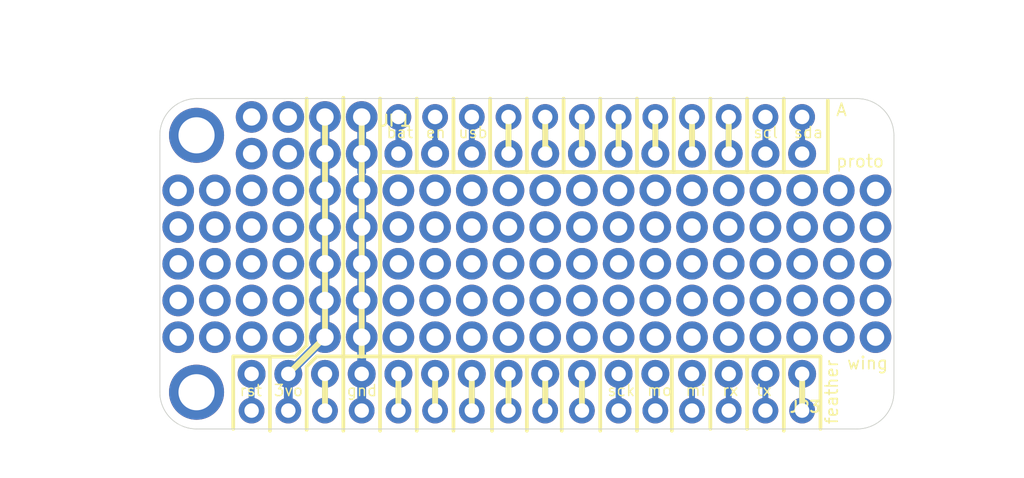
<source format=kicad_pcb>
(kicad_pcb (version 20171130) (host pcbnew "(5.1.7)-1")

  (general
    (thickness 1.6)
    (drawings 144)
    (tracks 151)
    (zones 0)
    (modules 3)
    (nets 123)
  )

  (page A4)
  (layers
    (0 Top signal)
    (31 Bottom signal)
    (32 B.Adhes user)
    (33 F.Adhes user)
    (34 B.Paste user)
    (35 F.Paste user)
    (36 B.SilkS user)
    (37 F.SilkS user)
    (38 B.Mask user)
    (39 F.Mask user)
    (40 Dwgs.User user)
    (41 Cmts.User user)
    (42 Eco1.User user)
    (43 Eco2.User user)
    (44 Edge.Cuts user)
    (45 Margin user)
    (46 B.CrtYd user)
    (47 F.CrtYd user)
    (48 B.Fab user)
    (49 F.Fab user)
  )

  (setup
    (last_trace_width 0.25)
    (trace_clearance 0.2)
    (zone_clearance 0.508)
    (zone_45_only no)
    (trace_min 0.2)
    (via_size 0.8)
    (via_drill 0.4)
    (via_min_size 0.4)
    (via_min_drill 0.3)
    (uvia_size 0.3)
    (uvia_drill 0.1)
    (uvias_allowed no)
    (uvia_min_size 0.2)
    (uvia_min_drill 0.1)
    (edge_width 0.05)
    (segment_width 0.2)
    (pcb_text_width 0.3)
    (pcb_text_size 1.5 1.5)
    (mod_edge_width 0.12)
    (mod_text_size 1 1)
    (mod_text_width 0.15)
    (pad_size 1.524 1.524)
    (pad_drill 0.762)
    (pad_to_mask_clearance 0)
    (aux_axis_origin 0 0)
    (visible_elements FFFFFF7F)
    (pcbplotparams
      (layerselection 0x010fc_ffffffff)
      (usegerberextensions false)
      (usegerberattributes true)
      (usegerberadvancedattributes true)
      (creategerberjobfile true)
      (excludeedgelayer true)
      (linewidth 0.100000)
      (plotframeref false)
      (viasonmask false)
      (mode 1)
      (useauxorigin false)
      (hpglpennumber 1)
      (hpglpenspeed 20)
      (hpglpendiameter 15.000000)
      (psnegative false)
      (psa4output false)
      (plotreference true)
      (plotvalue true)
      (plotinvisibletext false)
      (padsonsilk false)
      (subtractmaskfromsilk false)
      (outputformat 1)
      (mirror false)
      (drillshape 1)
      (scaleselection 1)
      (outputdirectory ""))
  )

  (net 0 "")
  (net 1 N$30)
  (net 2 N$31)
  (net 3 N$32)
  (net 4 N$33)
  (net 5 N$34)
  (net 6 N$35)
  (net 7 N$36)
  (net 8 N$37)
  (net 9 N$38)
  (net 10 N$39)
  (net 11 N$40)
  (net 12 N$41)
  (net 13 N$42)
  (net 14 N$43)
  (net 15 N$44)
  (net 16 N$45)
  (net 17 N$46)
  (net 18 N$47)
  (net 19 N$48)
  (net 20 N$49)
  (net 21 N$50)
  (net 22 N$51)
  (net 23 N$52)
  (net 24 N$53)
  (net 25 N$64)
  (net 26 N$65)
  (net 27 N$66)
  (net 28 N$67)
  (net 29 N$68)
  (net 30 N$69)
  (net 31 N$70)
  (net 32 N$71)
  (net 33 N$72)
  (net 34 N$73)
  (net 35 N$74)
  (net 36 N$75)
  (net 37 N$76)
  (net 38 N$77)
  (net 39 N$78)
  (net 40 N$79)
  (net 41 N$80)
  (net 42 N$81)
  (net 43 N$82)
  (net 44 N$83)
  (net 45 N$84)
  (net 46 N$85)
  (net 47 N$86)
  (net 48 N$87)
  (net 49 N$88)
  (net 50 N$89)
  (net 51 N$90)
  (net 52 N$91)
  (net 53 N$92)
  (net 54 N$93)
  (net 55 N$94)
  (net 56 N$95)
  (net 57 N$96)
  (net 58 N$97)
  (net 59 N$98)
  (net 60 N$99)
  (net 61 N$100)
  (net 62 N$101)
  (net 63 N$102)
  (net 64 N$103)
  (net 65 N$104)
  (net 66 N$105)
  (net 67 N$106)
  (net 68 N$107)
  (net 69 N$108)
  (net 70 N$109)
  (net 71 N$110)
  (net 72 N$111)
  (net 73 N$112)
  (net 74 N$113)
  (net 75 N$114)
  (net 76 N$115)
  (net 77 N$116)
  (net 78 N$117)
  (net 79 N$118)
  (net 80 N$119)
  (net 81 N$120)
  (net 82 N$121)
  (net 83 N$122)
  (net 84 N$123)
  (net 85 N$124)
  (net 86 N$125)
  (net 87 N$126)
  (net 88 N$127)
  (net 89 N$128)
  (net 90 N$129)
  (net 91 N$130)
  (net 92 N$131)
  (net 93 N$132)
  (net 94 N$133)
  (net 95 "Net-(JP3-Pad16)")
  (net 96 "Net-(JP3-Pad15)")
  (net 97 "Net-(JP3-Pad14)")
  (net 98 "Net-(JP3-Pad13)")
  (net 99 "Net-(JP3-Pad1)")
  (net 100 "Net-(JP3-Pad2)")
  (net 101 "Net-(JP3-Pad3)")
  (net 102 "Net-(JP3-Pad4)")
  (net 103 "Net-(JP3-Pad5)")
  (net 104 "Net-(JP3-Pad6)")
  (net 105 "Net-(JP3-Pad7)")
  (net 106 "Net-(JP3-Pad8)")
  (net 107 "Net-(JP3-Pad9)")
  (net 108 "Net-(JP3-Pad10)")
  (net 109 "Net-(JP3-Pad11)")
  (net 110 "Net-(JP3-Pad12)")
  (net 111 "Net-(JP1-Pad12)")
  (net 112 "Net-(JP1-Pad11)")
  (net 113 "Net-(JP1-Pad10)")
  (net 114 "Net-(JP1-Pad9)")
  (net 115 "Net-(JP1-Pad8)")
  (net 116 "Net-(JP1-Pad7)")
  (net 117 "Net-(JP1-Pad6)")
  (net 118 "Net-(JP1-Pad5)")
  (net 119 "Net-(JP1-Pad4)")
  (net 120 "Net-(JP1-Pad3)")
  (net 121 "Net-(JP1-Pad2)")
  (net 122 "Net-(JP1-Pad1)")

  (net_class Default "This is the default net class."
    (clearance 0.2)
    (trace_width 0.25)
    (via_dia 0.8)
    (via_drill 0.4)
    (uvia_dia 0.3)
    (uvia_drill 0.1)
    (add_net N$100)
    (add_net N$101)
    (add_net N$102)
    (add_net N$103)
    (add_net N$104)
    (add_net N$105)
    (add_net N$106)
    (add_net N$107)
    (add_net N$108)
    (add_net N$109)
    (add_net N$110)
    (add_net N$111)
    (add_net N$112)
    (add_net N$113)
    (add_net N$114)
    (add_net N$115)
    (add_net N$116)
    (add_net N$117)
    (add_net N$118)
    (add_net N$119)
    (add_net N$120)
    (add_net N$121)
    (add_net N$122)
    (add_net N$123)
    (add_net N$124)
    (add_net N$125)
    (add_net N$126)
    (add_net N$127)
    (add_net N$128)
    (add_net N$129)
    (add_net N$130)
    (add_net N$131)
    (add_net N$132)
    (add_net N$133)
    (add_net N$30)
    (add_net N$31)
    (add_net N$32)
    (add_net N$33)
    (add_net N$34)
    (add_net N$35)
    (add_net N$36)
    (add_net N$37)
    (add_net N$38)
    (add_net N$39)
    (add_net N$40)
    (add_net N$41)
    (add_net N$42)
    (add_net N$43)
    (add_net N$44)
    (add_net N$45)
    (add_net N$46)
    (add_net N$47)
    (add_net N$48)
    (add_net N$49)
    (add_net N$50)
    (add_net N$51)
    (add_net N$52)
    (add_net N$53)
    (add_net N$64)
    (add_net N$65)
    (add_net N$66)
    (add_net N$67)
    (add_net N$68)
    (add_net N$69)
    (add_net N$70)
    (add_net N$71)
    (add_net N$72)
    (add_net N$73)
    (add_net N$74)
    (add_net N$75)
    (add_net N$76)
    (add_net N$77)
    (add_net N$78)
    (add_net N$79)
    (add_net N$80)
    (add_net N$81)
    (add_net N$82)
    (add_net N$83)
    (add_net N$84)
    (add_net N$85)
    (add_net N$86)
    (add_net N$87)
    (add_net N$88)
    (add_net N$89)
    (add_net N$90)
    (add_net N$91)
    (add_net N$92)
    (add_net N$93)
    (add_net N$94)
    (add_net N$95)
    (add_net N$96)
    (add_net N$97)
    (add_net N$98)
    (add_net N$99)
    (add_net "Net-(JP1-Pad1)")
    (add_net "Net-(JP1-Pad10)")
    (add_net "Net-(JP1-Pad11)")
    (add_net "Net-(JP1-Pad12)")
    (add_net "Net-(JP1-Pad2)")
    (add_net "Net-(JP1-Pad3)")
    (add_net "Net-(JP1-Pad4)")
    (add_net "Net-(JP1-Pad5)")
    (add_net "Net-(JP1-Pad6)")
    (add_net "Net-(JP1-Pad7)")
    (add_net "Net-(JP1-Pad8)")
    (add_net "Net-(JP1-Pad9)")
    (add_net "Net-(JP3-Pad1)")
    (add_net "Net-(JP3-Pad10)")
    (add_net "Net-(JP3-Pad11)")
    (add_net "Net-(JP3-Pad12)")
    (add_net "Net-(JP3-Pad13)")
    (add_net "Net-(JP3-Pad14)")
    (add_net "Net-(JP3-Pad15)")
    (add_net "Net-(JP3-Pad16)")
    (add_net "Net-(JP3-Pad2)")
    (add_net "Net-(JP3-Pad3)")
    (add_net "Net-(JP3-Pad4)")
    (add_net "Net-(JP3-Pad5)")
    (add_net "Net-(JP3-Pad6)")
    (add_net "Net-(JP3-Pad7)")
    (add_net "Net-(JP3-Pad8)")
    (add_net "Net-(JP3-Pad9)")
  )

  (module "Proto FeatherWing:FEATHERWING" (layer Top) (tedit 0) (tstamp 5F9AA8BD)
    (at 123.1011 116.4336)
    (path /7ABB1F02)
    (fp_text reference MS1 (at 0 0) (layer F.SilkS) hide
      (effects (font (size 1.27 1.27) (thickness 0.15)))
    )
    (fp_text value FEATHERWING (at 0 0) (layer F.SilkS) hide
      (effects (font (size 1.27 1.27) (thickness 0.15)))
    )
    (fp_arc (start 2.54 -2.54) (end 0 -2.54) (angle -90) (layer Edge.Cuts) (width 0.05))
    (fp_line (start 0 -20.32) (end 0 -2.54) (layer Edge.Cuts) (width 0.05))
    (fp_arc (start 2.54 -20.32) (end 2.54 -22.86) (angle -90) (layer Edge.Cuts) (width 0.05))
    (fp_line (start 48.26 -22.86) (end 2.54 -22.86) (layer Edge.Cuts) (width 0.05))
    (fp_arc (start 48.26 -20.32) (end 50.8 -20.32) (angle -90) (layer Edge.Cuts) (width 0.05))
    (fp_line (start 50.8 -2.54) (end 50.8 -20.32) (layer Edge.Cuts) (width 0.05))
    (fp_arc (start 48.26 -2.54) (end 48.26 0) (angle -90) (layer Edge.Cuts) (width 0.05))
    (fp_line (start 2.54 0) (end 48.26 0) (layer Edge.Cuts) (width 0.05))
    (pad 1 thru_hole circle (at 6.35 -1.27) (size 1.778 1.778) (drill 1) (layers *.Cu *.Mask)
      (net 95 "Net-(JP3-Pad16)") (solder_mask_margin 0.0508))
    (pad 2 thru_hole circle (at 8.89 -1.27) (size 1.778 1.778) (drill 1) (layers *.Cu *.Mask)
      (net 96 "Net-(JP3-Pad15)") (solder_mask_margin 0.0508))
    (pad 3 thru_hole circle (at 11.43 -1.27) (size 1.778 1.778) (drill 1) (layers *.Cu *.Mask)
      (net 97 "Net-(JP3-Pad14)") (solder_mask_margin 0.0508))
    (pad 4 thru_hole circle (at 13.97 -1.27) (size 1.778 1.778) (drill 1) (layers *.Cu *.Mask)
      (net 98 "Net-(JP3-Pad13)") (solder_mask_margin 0.0508))
    (pad 16 thru_hole circle (at 44.45 -1.27) (size 1.778 1.778) (drill 1) (layers *.Cu *.Mask)
      (net 99 "Net-(JP3-Pad1)") (solder_mask_margin 0.0508))
    (pad 15 thru_hole circle (at 41.91 -1.27) (size 1.778 1.778) (drill 1) (layers *.Cu *.Mask)
      (net 100 "Net-(JP3-Pad2)") (solder_mask_margin 0.0508))
    (pad 14 thru_hole circle (at 39.37 -1.27) (size 1.778 1.778) (drill 1) (layers *.Cu *.Mask)
      (net 101 "Net-(JP3-Pad3)") (solder_mask_margin 0.0508))
    (pad 13 thru_hole circle (at 36.83 -1.27) (size 1.778 1.778) (drill 1) (layers *.Cu *.Mask)
      (net 102 "Net-(JP3-Pad4)") (solder_mask_margin 0.0508))
    (pad 12 thru_hole circle (at 34.29 -1.27) (size 1.778 1.778) (drill 1) (layers *.Cu *.Mask)
      (net 103 "Net-(JP3-Pad5)") (solder_mask_margin 0.0508))
    (pad 11 thru_hole circle (at 31.75 -1.27) (size 1.778 1.778) (drill 1) (layers *.Cu *.Mask)
      (net 104 "Net-(JP3-Pad6)") (solder_mask_margin 0.0508))
    (pad 10 thru_hole circle (at 29.21 -1.27) (size 1.778 1.778) (drill 1) (layers *.Cu *.Mask)
      (net 105 "Net-(JP3-Pad7)") (solder_mask_margin 0.0508))
    (pad 9 thru_hole circle (at 26.67 -1.27) (size 1.778 1.778) (drill 1) (layers *.Cu *.Mask)
      (net 106 "Net-(JP3-Pad8)") (solder_mask_margin 0.0508))
    (pad 8 thru_hole circle (at 24.13 -1.27) (size 1.778 1.778) (drill 1) (layers *.Cu *.Mask)
      (net 107 "Net-(JP3-Pad9)") (solder_mask_margin 0.0508))
    (pad 7 thru_hole circle (at 21.59 -1.27) (size 1.778 1.778) (drill 1) (layers *.Cu *.Mask)
      (net 108 "Net-(JP3-Pad10)") (solder_mask_margin 0.0508))
    (pad 6 thru_hole circle (at 19.05 -1.27) (size 1.778 1.778) (drill 1) (layers *.Cu *.Mask)
      (net 109 "Net-(JP3-Pad11)") (solder_mask_margin 0.0508))
    (pad 5 thru_hole circle (at 16.51 -1.27) (size 1.778 1.778) (drill 1) (layers *.Cu *.Mask)
      (net 110 "Net-(JP3-Pad12)") (solder_mask_margin 0.0508))
    (pad 17 thru_hole circle (at 44.45 -21.59) (size 1.778 1.778) (drill 1) (layers *.Cu *.Mask)
      (net 111 "Net-(JP1-Pad12)") (solder_mask_margin 0.0508))
    (pad 18 thru_hole circle (at 41.91 -21.59) (size 1.778 1.778) (drill 1) (layers *.Cu *.Mask)
      (net 112 "Net-(JP1-Pad11)") (solder_mask_margin 0.0508))
    (pad 19 thru_hole circle (at 39.37 -21.59) (size 1.778 1.778) (drill 1) (layers *.Cu *.Mask)
      (net 113 "Net-(JP1-Pad10)") (solder_mask_margin 0.0508))
    (pad 20 thru_hole circle (at 36.83 -21.59) (size 1.778 1.778) (drill 1) (layers *.Cu *.Mask)
      (net 114 "Net-(JP1-Pad9)") (solder_mask_margin 0.0508))
    (pad 21 thru_hole circle (at 34.29 -21.59) (size 1.778 1.778) (drill 1) (layers *.Cu *.Mask)
      (net 115 "Net-(JP1-Pad8)") (solder_mask_margin 0.0508))
    (pad 22 thru_hole circle (at 31.75 -21.59) (size 1.778 1.778) (drill 1) (layers *.Cu *.Mask)
      (net 116 "Net-(JP1-Pad7)") (solder_mask_margin 0.0508))
    (pad 23 thru_hole circle (at 29.21 -21.59) (size 1.778 1.778) (drill 1) (layers *.Cu *.Mask)
      (net 117 "Net-(JP1-Pad6)") (solder_mask_margin 0.0508))
    (pad 24 thru_hole circle (at 26.67 -21.59) (size 1.778 1.778) (drill 1) (layers *.Cu *.Mask)
      (net 118 "Net-(JP1-Pad5)") (solder_mask_margin 0.0508))
    (pad 25 thru_hole circle (at 24.13 -21.59) (size 1.778 1.778) (drill 1) (layers *.Cu *.Mask)
      (net 119 "Net-(JP1-Pad4)") (solder_mask_margin 0.0508))
    (pad 26 thru_hole circle (at 21.59 -21.59) (size 1.778 1.778) (drill 1) (layers *.Cu *.Mask)
      (net 120 "Net-(JP1-Pad3)") (solder_mask_margin 0.0508))
    (pad 27 thru_hole circle (at 19.05 -21.59) (size 1.778 1.778) (drill 1) (layers *.Cu *.Mask)
      (net 121 "Net-(JP1-Pad2)") (solder_mask_margin 0.0508))
    (pad 28 thru_hole circle (at 16.51 -21.59) (size 1.778 1.778) (drill 1) (layers *.Cu *.Mask)
      (net 122 "Net-(JP1-Pad1)") (solder_mask_margin 0.0508))
    (pad P$2 thru_hole circle (at 2.54 -2.54) (size 3.81 3.81) (drill 2.5) (layers *.Cu *.Mask)
      (solder_mask_margin 0.0508))
    (pad P$1 thru_hole circle (at 2.54 -20.32) (size 3.81 3.81) (drill 2.5) (layers *.Cu *.Mask)
      (solder_mask_margin 0.0508))
    (pad "" np_thru_hole circle (at 48.26 -2.54) (size 2.54 2.54) (drill 2.54) (layers *.Cu *.Mask))
    (pad "" np_thru_hole circle (at 48.26 -20.32) (size 2.54 2.54) (drill 2.54) (layers *.Cu *.Mask))
  )

  (module "Proto FeatherWing:1X16_ROUND_76MIL" (layer Top) (tedit 0) (tstamp 5F9AA8E8)
    (at 148.5011 112.6236 180)
    (path /8182258E)
    (fp_text reference JP3 (at -20.3962 -1.8288 180) (layer F.SilkS)
      (effects (font (size 0.77216 0.77216) (thickness 0.146304)) (justify right top))
    )
    (fp_text value HEADER-1X16_76MIL (at -20.32 3.175 180) (layer F.Fab)
      (effects (font (size 0.38608 0.38608) (thickness 0.04064)) (justify right top))
    )
    (fp_poly (pts (xy 18.796 0.254) (xy 19.304 0.254) (xy 19.304 -0.254) (xy 18.796 -0.254)) (layer F.Fab) (width 0))
    (fp_poly (pts (xy -19.304 0.254) (xy -18.796 0.254) (xy -18.796 -0.254) (xy -19.304 -0.254)) (layer F.Fab) (width 0))
    (fp_poly (pts (xy -16.764 0.254) (xy -16.256 0.254) (xy -16.256 -0.254) (xy -16.764 -0.254)) (layer F.Fab) (width 0))
    (fp_poly (pts (xy -14.224 0.254) (xy -13.716 0.254) (xy -13.716 -0.254) (xy -14.224 -0.254)) (layer F.Fab) (width 0))
    (fp_poly (pts (xy -11.684 0.254) (xy -11.176 0.254) (xy -11.176 -0.254) (xy -11.684 -0.254)) (layer F.Fab) (width 0))
    (fp_poly (pts (xy -9.144 0.254) (xy -8.636 0.254) (xy -8.636 -0.254) (xy -9.144 -0.254)) (layer F.Fab) (width 0))
    (fp_poly (pts (xy -6.604 0.254) (xy -6.096 0.254) (xy -6.096 -0.254) (xy -6.604 -0.254)) (layer F.Fab) (width 0))
    (fp_poly (pts (xy -4.064 0.254) (xy -3.556 0.254) (xy -3.556 -0.254) (xy -4.064 -0.254)) (layer F.Fab) (width 0))
    (fp_poly (pts (xy -1.524 0.254) (xy -1.016 0.254) (xy -1.016 -0.254) (xy -1.524 -0.254)) (layer F.Fab) (width 0))
    (fp_poly (pts (xy 1.016 0.254) (xy 1.524 0.254) (xy 1.524 -0.254) (xy 1.016 -0.254)) (layer F.Fab) (width 0))
    (fp_poly (pts (xy 3.556 0.254) (xy 4.064 0.254) (xy 4.064 -0.254) (xy 3.556 -0.254)) (layer F.Fab) (width 0))
    (fp_poly (pts (xy 6.096 0.254) (xy 6.604 0.254) (xy 6.604 -0.254) (xy 6.096 -0.254)) (layer F.Fab) (width 0))
    (fp_poly (pts (xy 8.636 0.254) (xy 9.144 0.254) (xy 9.144 -0.254) (xy 8.636 -0.254)) (layer F.Fab) (width 0))
    (fp_poly (pts (xy 11.176 0.254) (xy 11.684 0.254) (xy 11.684 -0.254) (xy 11.176 -0.254)) (layer F.Fab) (width 0))
    (fp_poly (pts (xy 13.716 0.254) (xy 14.224 0.254) (xy 14.224 -0.254) (xy 13.716 -0.254)) (layer F.Fab) (width 0))
    (fp_poly (pts (xy 16.256 0.254) (xy 16.764 0.254) (xy 16.764 -0.254) (xy 16.256 -0.254)) (layer F.Fab) (width 0))
    (pad 16 thru_hole circle (at 19.05 0 270) (size 1.9304 1.9304) (drill 1) (layers *.Cu *.Mask)
      (net 95 "Net-(JP3-Pad16)") (solder_mask_margin 0.0508))
    (pad 15 thru_hole circle (at 16.51 0 270) (size 1.9304 1.9304) (drill 1) (layers *.Cu *.Mask)
      (net 96 "Net-(JP3-Pad15)") (solder_mask_margin 0.0508))
    (pad 14 thru_hole circle (at 13.97 0 270) (size 1.9304 1.9304) (drill 1) (layers *.Cu *.Mask)
      (net 97 "Net-(JP3-Pad14)") (solder_mask_margin 0.0508))
    (pad 13 thru_hole circle (at 11.43 0 270) (size 1.9304 1.9304) (drill 1) (layers *.Cu *.Mask)
      (net 98 "Net-(JP3-Pad13)") (solder_mask_margin 0.0508))
    (pad 12 thru_hole circle (at 8.89 0 270) (size 1.9304 1.9304) (drill 1) (layers *.Cu *.Mask)
      (net 110 "Net-(JP3-Pad12)") (solder_mask_margin 0.0508))
    (pad 11 thru_hole circle (at 6.35 0 270) (size 1.9304 1.9304) (drill 1) (layers *.Cu *.Mask)
      (net 109 "Net-(JP3-Pad11)") (solder_mask_margin 0.0508))
    (pad 10 thru_hole circle (at 3.81 0 270) (size 1.9304 1.9304) (drill 1) (layers *.Cu *.Mask)
      (net 108 "Net-(JP3-Pad10)") (solder_mask_margin 0.0508))
    (pad 9 thru_hole circle (at 1.27 0 270) (size 1.9304 1.9304) (drill 1) (layers *.Cu *.Mask)
      (net 107 "Net-(JP3-Pad9)") (solder_mask_margin 0.0508))
    (pad 8 thru_hole circle (at -1.27 0 270) (size 1.9304 1.9304) (drill 1) (layers *.Cu *.Mask)
      (net 106 "Net-(JP3-Pad8)") (solder_mask_margin 0.0508))
    (pad 7 thru_hole circle (at -3.81 0 270) (size 1.9304 1.9304) (drill 1) (layers *.Cu *.Mask)
      (net 105 "Net-(JP3-Pad7)") (solder_mask_margin 0.0508))
    (pad 6 thru_hole circle (at -6.35 0 270) (size 1.9304 1.9304) (drill 1) (layers *.Cu *.Mask)
      (net 104 "Net-(JP3-Pad6)") (solder_mask_margin 0.0508))
    (pad 5 thru_hole circle (at -8.89 0 270) (size 1.9304 1.9304) (drill 1) (layers *.Cu *.Mask)
      (net 103 "Net-(JP3-Pad5)") (solder_mask_margin 0.0508))
    (pad 4 thru_hole circle (at -11.43 0 270) (size 1.9304 1.9304) (drill 1) (layers *.Cu *.Mask)
      (net 102 "Net-(JP3-Pad4)") (solder_mask_margin 0.0508))
    (pad 3 thru_hole circle (at -13.97 0 270) (size 1.9304 1.9304) (drill 1) (layers *.Cu *.Mask)
      (net 101 "Net-(JP3-Pad3)") (solder_mask_margin 0.0508))
    (pad 2 thru_hole circle (at -16.51 0 270) (size 1.9304 1.9304) (drill 1) (layers *.Cu *.Mask)
      (net 100 "Net-(JP3-Pad2)") (solder_mask_margin 0.0508))
    (pad 1 thru_hole circle (at -19.05 0 270) (size 1.9304 1.9304) (drill 1) (layers *.Cu *.Mask)
      (net 99 "Net-(JP3-Pad1)") (solder_mask_margin 0.0508))
  )

  (module "Proto FeatherWing:1X12_ROUND_76MIL" (layer Top) (tedit 0) (tstamp 5F9AA90B)
    (at 153.5811 97.3836)
    (path /0B60073D)
    (fp_text reference JP1 (at -15.3162 -1.8288) (layer F.SilkS)
      (effects (font (size 0.77216 0.77216) (thickness 0.146304)) (justify left bottom))
    )
    (fp_text value HEADER-1X1276MIL (at -15.24 3.175) (layer F.Fab)
      (effects (font (size 0.38608 0.38608) (thickness 0.04064)) (justify left bottom))
    )
    (fp_poly (pts (xy 13.716 0.254) (xy 14.224 0.254) (xy 14.224 -0.254) (xy 13.716 -0.254)) (layer F.Fab) (width 0))
    (fp_poly (pts (xy 11.176 0.254) (xy 11.684 0.254) (xy 11.684 -0.254) (xy 11.176 -0.254)) (layer F.Fab) (width 0))
    (fp_poly (pts (xy 8.636 0.254) (xy 9.144 0.254) (xy 9.144 -0.254) (xy 8.636 -0.254)) (layer F.Fab) (width 0))
    (fp_poly (pts (xy -14.224 0.254) (xy -13.716 0.254) (xy -13.716 -0.254) (xy -14.224 -0.254)) (layer F.Fab) (width 0))
    (fp_poly (pts (xy -11.684 0.254) (xy -11.176 0.254) (xy -11.176 -0.254) (xy -11.684 -0.254)) (layer F.Fab) (width 0))
    (fp_poly (pts (xy -9.144 0.254) (xy -8.636 0.254) (xy -8.636 -0.254) (xy -9.144 -0.254)) (layer F.Fab) (width 0))
    (fp_poly (pts (xy -6.604 0.254) (xy -6.096 0.254) (xy -6.096 -0.254) (xy -6.604 -0.254)) (layer F.Fab) (width 0))
    (fp_poly (pts (xy -4.064 0.254) (xy -3.556 0.254) (xy -3.556 -0.254) (xy -4.064 -0.254)) (layer F.Fab) (width 0))
    (fp_poly (pts (xy -1.524 0.254) (xy -1.016 0.254) (xy -1.016 -0.254) (xy -1.524 -0.254)) (layer F.Fab) (width 0))
    (fp_poly (pts (xy 1.016 0.254) (xy 1.524 0.254) (xy 1.524 -0.254) (xy 1.016 -0.254)) (layer F.Fab) (width 0))
    (fp_poly (pts (xy 3.556 0.254) (xy 4.064 0.254) (xy 4.064 -0.254) (xy 3.556 -0.254)) (layer F.Fab) (width 0))
    (fp_poly (pts (xy 6.096 0.254) (xy 6.604 0.254) (xy 6.604 -0.254) (xy 6.096 -0.254)) (layer F.Fab) (width 0))
    (fp_line (start -15.24 -0.635) (end -15.24 0.635) (layer F.Fab) (width 0.2032))
    (pad 12 thru_hole circle (at 13.97 0 90) (size 1.9304 1.9304) (drill 1) (layers *.Cu *.Mask)
      (net 111 "Net-(JP1-Pad12)") (solder_mask_margin 0.0508))
    (pad 11 thru_hole circle (at 11.43 0 90) (size 1.9304 1.9304) (drill 1) (layers *.Cu *.Mask)
      (net 112 "Net-(JP1-Pad11)") (solder_mask_margin 0.0508))
    (pad 10 thru_hole circle (at 8.89 0 90) (size 1.9304 1.9304) (drill 1) (layers *.Cu *.Mask)
      (net 113 "Net-(JP1-Pad10)") (solder_mask_margin 0.0508))
    (pad 9 thru_hole circle (at 6.35 0 90) (size 1.9304 1.9304) (drill 1) (layers *.Cu *.Mask)
      (net 114 "Net-(JP1-Pad9)") (solder_mask_margin 0.0508))
    (pad 8 thru_hole circle (at 3.81 0 90) (size 1.9304 1.9304) (drill 1) (layers *.Cu *.Mask)
      (net 115 "Net-(JP1-Pad8)") (solder_mask_margin 0.0508))
    (pad 7 thru_hole circle (at 1.27 0 90) (size 1.9304 1.9304) (drill 1) (layers *.Cu *.Mask)
      (net 116 "Net-(JP1-Pad7)") (solder_mask_margin 0.0508))
    (pad 6 thru_hole circle (at -1.27 0 90) (size 1.9304 1.9304) (drill 1) (layers *.Cu *.Mask)
      (net 117 "Net-(JP1-Pad6)") (solder_mask_margin 0.0508))
    (pad 5 thru_hole circle (at -3.81 0 90) (size 1.9304 1.9304) (drill 1) (layers *.Cu *.Mask)
      (net 118 "Net-(JP1-Pad5)") (solder_mask_margin 0.0508))
    (pad 4 thru_hole circle (at -6.35 0 90) (size 1.9304 1.9304) (drill 1) (layers *.Cu *.Mask)
      (net 119 "Net-(JP1-Pad4)") (solder_mask_margin 0.0508))
    (pad 3 thru_hole circle (at -8.89 0 90) (size 1.9304 1.9304) (drill 1) (layers *.Cu *.Mask)
      (net 120 "Net-(JP1-Pad3)") (solder_mask_margin 0.0508))
    (pad 2 thru_hole circle (at -11.43 0 90) (size 1.9304 1.9304) (drill 1) (layers *.Cu *.Mask)
      (net 121 "Net-(JP1-Pad2)") (solder_mask_margin 0.0508))
    (pad 1 thru_hole circle (at -13.97 0 90) (size 1.9304 1.9304) (drill 1) (layers *.Cu *.Mask)
      (net 122 "Net-(JP1-Pad1)") (solder_mask_margin 0.0508))
  )

  (gr_text rst (at 128.5621 114.2238) (layer F.SilkS) (tstamp 38C61DE0)
    (effects (font (size 0.77216 0.77216) (thickness 0.097536)) (justify left bottom))
  )
  (gr_text 3vo (at 130.9243 114.2238) (layer F.SilkS) (tstamp 38C633C0)
    (effects (font (size 0.77216 0.77216) (thickness 0.097536)) (justify left bottom))
  )
  (gr_text gnd (at 135.9789 114.2238) (layer F.SilkS) (tstamp 38C62D80)
    (effects (font (size 0.77216 0.77216) (thickness 0.097536)) (justify left bottom))
  )
  (gr_text en (at 141.4526 96.3676) (layer F.SilkS) (tstamp 38C61340)
    (effects (font (size 0.77216 0.77216) (thickness 0.097536)) (justify left bottom))
  )
  (gr_text bat (at 138.7221 96.3676) (layer F.SilkS) (tstamp 38C631E0)
    (effects (font (size 0.77216 0.77216) (thickness 0.097536)) (justify left bottom))
  )
  (gr_text usb (at 143.7005 96.3676) (layer F.SilkS) (tstamp 38C610C0)
    (effects (font (size 0.77216 0.77216) (thickness 0.097536)) (justify left bottom))
  )
  (gr_text sda (at 166.9161 96.3676) (layer F.SilkS) (tstamp 38C62BA0)
    (effects (font (size 0.77216 0.77216) (thickness 0.097536)) (justify left bottom))
  )
  (gr_text scl (at 164.1221 96.3676) (layer F.SilkS) (tstamp 38C61D40)
    (effects (font (size 0.77216 0.77216) (thickness 0.097536)) (justify left bottom))
  )
  (gr_text tx (at 164.3126 114.2111) (layer F.SilkS) (tstamp 38C635A0)
    (effects (font (size 0.77216 0.77216) (thickness 0.097536)) (justify left bottom))
  )
  (gr_text rx (at 161.9631 114.2111) (layer F.SilkS) (tstamp 38C636E0)
    (effects (font (size 0.77216 0.77216) (thickness 0.097536)) (justify left bottom))
  )
  (gr_text mi (at 159.4231 114.2111) (layer F.SilkS) (tstamp 38C61160)
    (effects (font (size 0.77216 0.77216) (thickness 0.097536)) (justify left bottom))
  )
  (gr_text mo (at 156.7561 114.2111) (layer F.SilkS) (tstamp 38C63780)
    (effects (font (size 0.77216 0.77216) (thickness 0.097536)) (justify left bottom))
  )
  (gr_text sck (at 154.0129 114.2238) (layer F.SilkS) (tstamp 38C61E80)
    (effects (font (size 0.77216 0.77216) (thickness 0.097536)) (justify left bottom))
  )
  (gr_line (start 125.6411 93.5736) (end 171.3611 93.5736) (layer Edge.Cuts) (width 0.05) (tstamp 38C63820))
  (gr_arc (start 171.3611 96.1136) (end 171.3611 93.5736) (angle 90) (layer Edge.Cuts) (width 0.05) (tstamp 38C613E0))
  (gr_line (start 173.9011 96.1136) (end 173.9011 113.8936) (layer Edge.Cuts) (width 0.05) (tstamp 38C61520))
  (gr_arc (start 171.3611 113.8936) (end 173.9011 113.8936) (angle 90) (layer Edge.Cuts) (width 0.05) (tstamp 38C615C0))
  (gr_line (start 171.3611 116.4336) (end 125.6411 116.4336) (layer Edge.Cuts) (width 0.05) (tstamp 38C62060))
  (gr_arc (start 125.6411 113.8936) (end 125.6411 116.4336) (angle 90) (layer Edge.Cuts) (width 0.05) (tstamp 38C61840))
  (gr_line (start 123.1011 113.8936) (end 123.1011 96.1136) (layer Edge.Cuts) (width 0.05) (tstamp 38C61660))
  (gr_arc (start 125.6411 96.1136) (end 123.1011 96.1136) (angle 90) (layer Edge.Cuts) (width 0.05) (tstamp 38C622E0))
  (gr_line (start 138.3411 98.6536) (end 140.8811 98.6536) (layer F.SilkS) (width 0.254) (tstamp 38C62100))
  (gr_line (start 140.8811 98.6536) (end 143.4211 98.6536) (layer F.SilkS) (width 0.254) (tstamp 38C626A0))
  (gr_line (start 143.4211 98.6536) (end 145.9611 98.6536) (layer F.SilkS) (width 0.254) (tstamp 38C621A0))
  (gr_line (start 145.9611 98.6536) (end 148.5011 98.6536) (layer F.SilkS) (width 0.254) (tstamp 38C62240))
  (gr_line (start 148.5011 98.6536) (end 151.0411 98.6536) (layer F.SilkS) (width 0.254) (tstamp 38C62380))
  (gr_line (start 151.0411 98.6536) (end 156.1211 98.6536) (layer F.SilkS) (width 0.254) (tstamp 38C624C0))
  (gr_line (start 156.1211 98.6536) (end 158.6611 98.6536) (layer F.SilkS) (width 0.254) (tstamp 38C65800))
  (gr_line (start 158.6611 98.6536) (end 161.2011 98.6536) (layer F.SilkS) (width 0.254) (tstamp 38C640E0))
  (gr_line (start 161.2011 98.6536) (end 163.7411 98.6536) (layer F.SilkS) (width 0.254) (tstamp 38C63C80))
  (gr_line (start 163.7411 98.6536) (end 166.2811 98.6536) (layer F.SilkS) (width 0.254) (tstamp 38C64D60))
  (gr_line (start 166.2811 98.6536) (end 169.3291 98.6536) (layer F.SilkS) (width 0.254) (tstamp 38C65C60))
  (gr_line (start 169.3291 98.6536) (end 169.3291 93.7006) (layer F.SilkS) (width 0.254) (tstamp 38C658A0))
  (gr_line (start 140.8811 93.5736) (end 140.8811 98.6536) (layer F.SilkS) (width 0.254) (tstamp 38C63D20))
  (gr_line (start 143.4211 93.5736) (end 143.4211 98.6536) (layer F.SilkS) (width 0.254) (tstamp 38C656C0))
  (gr_line (start 145.9611 98.6536) (end 145.9611 93.5736) (layer F.SilkS) (width 0.254) (tstamp 38C64180))
  (gr_line (start 148.5011 98.6536) (end 148.5011 93.5736) (layer F.SilkS) (width 0.254) (tstamp 38C645E0))
  (gr_line (start 151.0411 93.5736) (end 151.0411 98.6536) (layer F.SilkS) (width 0.254) (tstamp 38C65580))
  (gr_line (start 153.5811 98.5266) (end 153.5811 93.5736) (layer F.SilkS) (width 0.254) (tstamp 38C63FA0))
  (gr_line (start 156.1211 93.5736) (end 156.1211 98.6536) (layer F.SilkS) (width 0.254) (tstamp 38C64540))
  (gr_line (start 158.6611 93.5736) (end 158.6611 98.6536) (layer F.SilkS) (width 0.254) (tstamp 38C64040))
  (gr_line (start 161.2011 93.5736) (end 161.2011 98.6536) (layer F.SilkS) (width 0.254) (tstamp 38C64220))
  (gr_line (start 163.7411 93.5736) (end 163.7411 98.6536) (layer F.SilkS) (width 0.254) (tstamp 38C642C0))
  (gr_line (start 166.2811 93.5736) (end 166.2811 98.6536) (layer F.SilkS) (width 0.254) (tstamp 38C64360))
  (gr_line (start 158.5341 111.4171) (end 156.1211 111.4171) (layer F.SilkS) (width 0.254) (tstamp 38C64FE0))
  (gr_line (start 156.1211 111.4171) (end 153.5811 111.4171) (layer F.SilkS) (width 0.254) (tstamp 38C65F80))
  (gr_line (start 153.5811 111.4171) (end 150.9141 111.4171) (layer F.SilkS) (width 0.254) (tstamp 38C64F40))
  (gr_line (start 150.9141 111.4171) (end 148.5011 111.4171) (layer F.SilkS) (width 0.254) (tstamp 38C66020))
  (gr_line (start 148.5011 111.4171) (end 146.0881 111.4171) (layer F.SilkS) (width 0.254) (tstamp 38C65BC0))
  (gr_line (start 146.0881 111.4171) (end 140.8811 111.4171) (layer F.SilkS) (width 0.254) (tstamp 38C65A80))
  (gr_line (start 140.8811 111.4171) (end 138.3411 111.4171) (layer F.SilkS) (width 0.254) (tstamp 38C63F00))
  (gr_line (start 138.3411 111.4171) (end 135.8011 111.4171) (layer F.SilkS) (width 0.254) (tstamp 38C65260))
  (gr_line (start 130.7211 111.4171) (end 128.1811 111.4171) (layer F.SilkS) (width 0.254) (tstamp 38C64CC0))
  (gr_line (start 128.1811 111.4171) (end 128.1811 116.4336) (layer F.SilkS) (width 0.254) (tstamp 38C63DC0))
  (gr_line (start 158.5341 111.4171) (end 158.5341 116.5606) (layer F.SilkS) (width 0.254) (tstamp 38C65120))
  (gr_line (start 156.1211 116.5606) (end 156.1211 111.4171) (layer F.SilkS) (width 0.254) (tstamp 38C64400))
  (gr_line (start 153.5811 116.5606) (end 153.5811 111.4171) (layer F.SilkS) (width 0.254) (tstamp 38C638C0))
  (gr_line (start 150.9141 111.4171) (end 150.9141 116.5606) (layer F.SilkS) (width 0.254) (tstamp 38C65760))
  (gr_line (start 148.5011 111.4171) (end 148.5011 116.5606) (layer F.SilkS) (width 0.254) (tstamp 38C65D00))
  (gr_line (start 146.0881 116.5606) (end 146.0881 111.4171) (layer F.SilkS) (width 0.254) (tstamp 38C65940))
  (gr_line (start 143.4211 111.5441) (end 143.4211 116.5606) (layer F.SilkS) (width 0.254) (tstamp 38C63960))
  (gr_line (start 140.8811 116.5606) (end 140.8811 111.4171) (layer F.SilkS) (width 0.254) (tstamp 38C65620))
  (gr_line (start 138.3411 116.5606) (end 138.3411 111.4171) (layer F.SilkS) (width 0.254) (tstamp 38C644A0))
  (gr_line (start 135.8011 116.5606) (end 135.8011 111.4171) (layer F.SilkS) (width 0.254) (tstamp 38C64680))
  (gr_line (start 130.7211 116.5606) (end 130.7211 111.4171) (layer F.SilkS) (width 0.254) (tstamp 38C64720))
  (gr_line (start 158.5341 111.4171) (end 161.2011 111.4171) (layer F.SilkS) (width 0.254) (tstamp 38C647C0))
  (gr_line (start 161.2011 111.4171) (end 163.7411 111.4171) (layer F.SilkS) (width 0.254) (tstamp 38C63E60))
  (gr_line (start 163.7411 111.4171) (end 166.2811 111.4171) (layer F.SilkS) (width 0.254) (tstamp 38C64860))
  (gr_line (start 166.2811 111.4171) (end 168.8211 111.4171) (layer F.SilkS) (width 0.254) (tstamp 38C63A00))
  (gr_line (start 168.8211 111.4171) (end 168.8211 116.4336) (layer F.SilkS) (width 0.254) (tstamp 38C64900))
  (gr_line (start 161.2011 111.4171) (end 161.2011 116.4336) (layer F.SilkS) (width 0.254) (tstamp 38C65EE0))
  (gr_line (start 163.7411 111.4171) (end 163.7411 116.4336) (layer F.SilkS) (width 0.254) (tstamp 38C65440))
  (gr_line (start 166.2811 111.4171) (end 166.2811 116.5606) (layer F.SilkS) (width 0.254) (tstamp 38C65300))
  (gr_line (start 133.2611 110.6551) (end 133.2611 93.5736) (layer F.SilkS) (width 0.254) (tstamp 38C659E0))
  (gr_line (start 135.8011 93.5101) (end 135.8011 111.4171) (layer F.SilkS) (width 0.254) (tstamp 38C65DA0))
  (gr_line (start 138.3411 111.4171) (end 138.3411 98.6536) (layer F.SilkS) (width 0.254) (tstamp 38C65080))
  (gr_line (start 138.3411 98.6536) (end 138.3411 93.5736) (layer F.SilkS) (width 0.254) (tstamp 38C651C0))
  (gr_line (start 134.5311 94.7801) (end 134.5311 110.0836) (layer B.Mask) (width 0.6096) (tstamp 38C65B20))
  (gr_line (start 134.5311 110.0836) (end 134.5311 110.2106) (layer B.Mask) (width 0.6096) (tstamp 38C65E40))
  (gr_line (start 137.0711 111.9886) (end 137.0711 94.7166) (layer B.Mask) (width 0.6096) (tstamp 38C649A0))
  (gr_line (start 129.4511 115.1636) (end 129.4511 112.6236) (layer B.Mask) (width 0.6096) (tstamp 38C64A40))
  (gr_line (start 131.9911 115.1636) (end 131.9911 112.6236) (layer B.Mask) (width 0.6096) (tstamp 38C64E00))
  (gr_line (start 134.5311 112.6236) (end 134.5311 115.1636) (layer B.Mask) (width 0.6096) (tstamp 38C63AA0))
  (gr_line (start 137.0711 115.4176) (end 137.0711 112.6236) (layer B.Mask) (width 0.6096) (tstamp 38C63B40))
  (gr_line (start 139.6111 112.6236) (end 139.6111 115.1636) (layer B.Mask) (width 0.6096) (tstamp 38C653A0))
  (gr_line (start 142.1511 112.6236) (end 142.1511 115.1636) (layer B.Mask) (width 0.6096) (tstamp 38C654E0))
  (gr_line (start 144.6911 115.1636) (end 144.6911 112.6236) (layer B.Mask) (width 0.6096) (tstamp 38C63BE0))
  (gr_line (start 147.2311 112.6236) (end 147.2311 115.1636) (layer B.Mask) (width 0.6096) (tstamp 38C64AE0))
  (gr_line (start 149.7711 112.6236) (end 149.7711 115.1636) (layer B.Mask) (width 0.6096) (tstamp 38C64B80))
  (gr_line (start 152.3111 112.3696) (end 152.3111 115.1636) (layer B.Mask) (width 0.6096) (tstamp 38C64C20))
  (gr_line (start 154.8511 112.6236) (end 154.8511 115.1636) (layer B.Mask) (width 0.6096) (tstamp 38C64EA0))
  (gr_line (start 162.4711 112.6236) (end 162.4711 115.1636) (layer B.Mask) (width 0.6096) (tstamp 38C66F20))
  (gr_line (start 165.0111 115.1636) (end 165.0111 112.6236) (layer B.Mask) (width 0.6096) (tstamp 38C67B00))
  (gr_line (start 167.5511 112.6236) (end 167.5511 115.1636) (layer B.Mask) (width 0.6096) (tstamp 38C683C0))
  (gr_line (start 159.9311 115.1636) (end 159.9311 112.6236) (layer B.Mask) (width 0.6096) (tstamp 38C667A0))
  (gr_line (start 157.3911 112.6236) (end 157.3911 115.1636) (layer B.Mask) (width 0.6096) (tstamp 38C66520))
  (gr_line (start 167.5511 97.3836) (end 167.5511 94.8436) (layer B.Mask) (width 0.6096) (tstamp 38C677E0))
  (gr_line (start 165.0111 94.8436) (end 165.0111 97.1296) (layer B.Mask) (width 0.6096) (tstamp 38C68780))
  (gr_line (start 162.4711 97.3836) (end 162.4711 94.5896) (layer B.Mask) (width 0.6096) (tstamp 38C67740))
  (gr_line (start 159.9311 94.8436) (end 159.9311 97.3836) (layer B.Mask) (width 0.6096) (tstamp 38C68820))
  (gr_line (start 157.3911 97.6376) (end 157.3911 94.5896) (layer B.Mask) (width 0.6096) (tstamp 38C68460))
  (gr_line (start 154.8511 97.3836) (end 154.8511 94.8436) (layer B.Mask) (width 0.6096) (tstamp 38C68280))
  (gr_line (start 152.3111 94.5896) (end 152.3111 97.3836) (layer B.Mask) (width 0.6096) (tstamp 38C66E80))
  (gr_line (start 149.7711 94.5896) (end 149.7711 97.3836) (layer B.Mask) (width 0.6096) (tstamp 38C66700))
  (gr_line (start 147.2311 97.3836) (end 147.2311 94.5896) (layer B.Mask) (width 0.6096) (tstamp 38C66840))
  (gr_line (start 144.6911 94.5896) (end 144.6911 97.3836) (layer B.Mask) (width 0.6096) (tstamp 38C67880))
  (gr_line (start 142.1511 97.6376) (end 142.1511 94.5896) (layer B.Mask) (width 0.6096) (tstamp 38C66480))
  (gr_line (start 139.6111 94.5896) (end 139.6111 97.3836) (layer B.Mask) (width 0.6096) (tstamp 38C68320))
  (gr_line (start 130.6957 111.4298) (end 132.4737 111.4298) (layer F.SilkS) (width 0.254) (tstamp 38C665C0))
  (gr_line (start 135.8011 111.4171) (end 133.9596 111.4171) (layer F.SilkS) (width 0.254) (tstamp 38C67BA0))
  (gr_line (start 133.9596 111.4171) (end 133.2611 112.1156) (layer F.SilkS) (width 0.254) (tstamp 38C66660))
  (gr_line (start 133.2611 112.1156) (end 133.2611 116.4971) (layer F.SilkS) (width 0.254) (tstamp 38C67920))
  (gr_line (start 133.2611 110.6551) (end 132.4991 111.4171) (layer F.SilkS) (width 0.254) (tstamp 38C660C0))
  (gr_line (start 131.9911 112.6236) (end 134.5311 110.0836) (layer B.Mask) (width 0.6096) (tstamp 38C679C0))
  (gr_text feather (at 170.0911 116.1796 90) (layer F.SilkS) (tstamp 38C681E0)
    (effects (font (size 0.84455 0.84455) (thickness 0.11557)) (justify left bottom))
  )
  (gr_text proto (at 169.8371 98.3996) (layer F.SilkS) (tstamp 38C66980)
    (effects (font (size 0.84455 0.84455) (thickness 0.11557)) (justify left bottom))
  )
  (gr_text wing (at 170.5991 112.3696) (layer F.SilkS) (tstamp 38C676A0)
    (effects (font (size 0.84455 0.84455) (thickness 0.11557)) (justify left bottom))
  )
  (gr_text A (at 169.8371 94.8436) (layer F.SilkS) (tstamp 38C67C40)
    (effects (font (size 0.84455 0.84455) (thickness 0.11557)) (justify left bottom))
  )
  (gr_line (start 132.2451 112.3696) (end 134.5311 110.0836) (layer F.SilkS) (width 0.4064) (tstamp 38C668E0))
  (gr_line (start 134.5311 110.0836) (end 134.5311 94.8436) (layer F.SilkS) (width 0.4064) (tstamp 38C67EC0))
  (gr_line (start 137.0711 111.3536) (end 137.0711 94.8436) (layer F.SilkS) (width 0.4064) (tstamp 38C66A20))
  (gr_line (start 147.2311 95.0976) (end 147.2311 97.1296) (layer F.SilkS) (width 0.4064) (tstamp 38C66DE0))
  (gr_line (start 150.0251 97.1296) (end 149.7711 96.8756) (layer F.SilkS) (width 0.4064) (tstamp 38C67CE0))
  (gr_line (start 149.7711 96.8756) (end 149.7711 95.0976) (layer F.SilkS) (width 0.4064) (tstamp 38C67060))
  (gr_line (start 152.3111 95.0976) (end 152.3111 97.1296) (layer F.SilkS) (width 0.4064) (tstamp 38C66B60))
  (gr_line (start 154.8511 97.1296) (end 154.8511 95.0976) (layer F.SilkS) (width 0.4064) (tstamp 38C66200))
  (gr_line (start 157.3911 94.8436) (end 157.3911 97.1296) (layer F.SilkS) (width 0.4064) (tstamp 38C67100))
  (gr_line (start 159.9311 97.3836) (end 159.9311 95.0976) (layer F.SilkS) (width 0.4064) (tstamp 38C66160))
  (gr_line (start 162.4711 94.8436) (end 162.4711 97.1296) (layer F.SilkS) (width 0.4064) (tstamp 38C671A0))
  (gr_line (start 139.6111 114.9096) (end 139.6111 112.8776) (layer F.SilkS) (width 0.4064) (tstamp 38C680A0))
  (gr_line (start 142.1511 112.8776) (end 142.1511 114.9096) (layer F.SilkS) (width 0.4064) (tstamp 38C66C00))
  (gr_line (start 144.6911 114.9096) (end 144.6911 113.1316) (layer F.SilkS) (width 0.4064) (tstamp 38C67600))
  (gr_line (start 147.2311 115.1636) (end 147.2311 112.8776) (layer F.SilkS) (width 0.4064) (tstamp 38C67D80))
  (gr_line (start 149.7711 112.6236) (end 149.7711 114.9096) (layer F.SilkS) (width 0.4064) (tstamp 38C67240))
  (gr_line (start 152.3111 112.6236) (end 152.3111 114.9096) (layer F.SilkS) (width 0.4064) (tstamp 38C672E0))
  (gr_line (start 134.5311 112.6236) (end 134.5311 114.9096) (layer F.SilkS) (width 0.4064) (tstamp 38C67E20))
  (gr_line (start 167.5511 114.9096) (end 167.5511 112.6236) (layer F.SilkS) (width 0.4064) (tstamp 38C67380))
  (dimension 50.8 (width 0.1) (layer Dwgs.User)
    (gr_text "50.800 mm" (at 148.5011 87.4976) (layer Dwgs.User)
      (effects (font (size 1 1) (thickness 0.15)))
    )
    (feature1 (pts (xy 173.9011 100.6856) (xy 173.9011 88.161179)))
    (feature2 (pts (xy 123.1011 100.6856) (xy 123.1011 88.161179)))
    (crossbar (pts (xy 123.1011 88.7476) (xy 173.9011 88.7476)))
    (arrow1a (pts (xy 173.9011 88.7476) (xy 172.774596 89.334021)))
    (arrow1b (pts (xy 173.9011 88.7476) (xy 172.774596 88.161179)))
    (arrow2a (pts (xy 123.1011 88.7476) (xy 124.227604 89.334021)))
    (arrow2b (pts (xy 123.1011 88.7476) (xy 124.227604 88.161179)))
  )
  (dimension 45.72 (width 0.1) (layer Dwgs.User)
    (gr_text "45.720 mm" (at 148.5011 91.0536) (layer Dwgs.User)
      (effects (font (size 1 1) (thickness 0.15)))
    )
    (feature1 (pts (xy 171.3611 96.1136) (xy 171.3611 91.717179)))
    (feature2 (pts (xy 125.6411 96.1136) (xy 125.6411 91.717179)))
    (crossbar (pts (xy 125.6411 92.3036) (xy 171.3611 92.3036)))
    (arrow1a (pts (xy 171.3611 92.3036) (xy 170.234596 92.890021)))
    (arrow1b (pts (xy 171.3611 92.3036) (xy 170.234596 91.717179)))
    (arrow2a (pts (xy 125.6411 92.3036) (xy 126.767604 92.890021)))
    (arrow2b (pts (xy 125.6411 92.3036) (xy 126.767604 91.717179)))
  )
  (dimension 22.86 (width 0.1) (layer Dwgs.User)
    (gr_text "22.860 mm" (at 115.7551 105.0036 90) (layer Dwgs.User)
      (effects (font (size 1 1) (thickness 0.15)))
    )
    (feature1 (pts (xy 128.8161 93.5736) (xy 116.418679 93.5736)))
    (feature2 (pts (xy 128.8161 116.4336) (xy 116.418679 116.4336)))
    (crossbar (pts (xy 117.0051 116.4336) (xy 117.0051 93.5736)))
    (arrow1a (pts (xy 117.0051 93.5736) (xy 117.591521 94.700104)))
    (arrow1b (pts (xy 117.0051 93.5736) (xy 116.418679 94.700104)))
    (arrow2a (pts (xy 117.0051 116.4336) (xy 117.591521 115.307096)))
    (arrow2b (pts (xy 117.0051 116.4336) (xy 116.418679 115.307096)))
  )
  (dimension 17.78 (width 0.1) (layer Dwgs.User)
    (gr_text "17.780 mm" (at 119.5651 105.0036 90) (layer Dwgs.User)
      (effects (font (size 1 1) (thickness 0.15)))
    )
    (feature1 (pts (xy 125.6411 96.1136) (xy 120.228679 96.1136)))
    (feature2 (pts (xy 125.6411 113.8936) (xy 120.228679 113.8936)))
    (crossbar (pts (xy 120.8151 113.8936) (xy 120.8151 96.1136)))
    (arrow1a (pts (xy 120.8151 96.1136) (xy 121.401521 97.240104)))
    (arrow1b (pts (xy 120.8151 96.1136) (xy 120.228679 97.240104)))
    (arrow2a (pts (xy 120.8151 113.8936) (xy 121.401521 112.767096)))
    (arrow2b (pts (xy 120.8151 113.8936) (xy 120.228679 112.767096)))
  )
  (dimension 2.54 (width 0.1) (layer Dwgs.User)
    (gr_text "2.540 mm" (at 177.6911 114.1476 90) (layer Dwgs.User)
      (effects (font (size 1 1) (thickness 0.15)))
    )
    (feature1 (pts (xy 171.6151 112.8776) (xy 177.027521 112.8776)))
    (feature2 (pts (xy 171.6151 115.4176) (xy 177.027521 115.4176)))
    (crossbar (pts (xy 176.4411 115.4176) (xy 176.4411 112.8776)))
    (arrow1a (pts (xy 176.4411 112.8776) (xy 177.027521 114.004104)))
    (arrow1b (pts (xy 176.4411 112.8776) (xy 175.854679 114.004104)))
    (arrow2a (pts (xy 176.4411 115.4176) (xy 177.027521 114.291096)))
    (arrow2b (pts (xy 176.4411 115.4176) (xy 175.854679 114.291096)))
  )
  (dimension 17.78 (width 0.1) (layer Dwgs.User)
    (gr_text "17.780 mm" (at 181.5011 105.0036 90) (layer Dwgs.User)
      (effects (font (size 1 1) (thickness 0.15)))
    )
    (feature1 (pts (xy 171.3611 96.1136) (xy 180.837521 96.1136)))
    (feature2 (pts (xy 171.3611 113.8936) (xy 180.837521 113.8936)))
    (crossbar (pts (xy 180.2511 113.8936) (xy 180.2511 96.1136)))
    (arrow1a (pts (xy 180.2511 96.1136) (xy 180.837521 97.240104)))
    (arrow1b (pts (xy 180.2511 96.1136) (xy 179.664679 97.240104)))
    (arrow2a (pts (xy 180.2511 113.8936) (xy 180.837521 112.767096)))
    (arrow2b (pts (xy 180.2511 113.8936) (xy 179.664679 112.767096)))
  )
  (dimension 2.54 (width 0.1) (layer Dwgs.User)
    (gr_text "2.540 mm" (at 125.6411 120.4776) (layer Dwgs.User)
      (effects (font (size 1 1) (thickness 0.15)))
    )
    (feature1 (pts (xy 126.9111 113.8936) (xy 126.9111 119.814021)))
    (feature2 (pts (xy 124.3711 113.8936) (xy 124.3711 119.814021)))
    (crossbar (pts (xy 124.3711 119.2276) (xy 126.9111 119.2276)))
    (arrow1a (pts (xy 126.9111 119.2276) (xy 125.784596 119.814021)))
    (arrow1b (pts (xy 126.9111 119.2276) (xy 125.784596 118.641179)))
    (arrow2a (pts (xy 124.3711 119.2276) (xy 125.497604 119.814021)))
    (arrow2b (pts (xy 124.3711 119.2276) (xy 125.497604 118.641179)))
  )

  (segment (start 167.5511 112.6236) (end 167.5511 115.1636) (width 0.4064) (layer Bottom) (net 99) (tstamp 38C52DE0))
  (segment (start 165.0111 115.1636) (end 165.0111 112.6236) (width 0.4064) (layer Bottom) (net 100) (tstamp 38C53380))
  (segment (start 162.4711 112.6236) (end 162.4711 115.1636) (width 0.4064) (layer Bottom) (net 101) (tstamp 38C520C0))
  (segment (start 159.9311 112.6236) (end 159.9311 115.1636) (width 0.4064) (layer Bottom) (net 102) (tstamp 381C80F0))
  (segment (start 157.3911 115.1636) (end 157.3911 112.6236) (width 0.4064) (layer Bottom) (net 103) (tstamp 381D0570))
  (segment (start 154.8511 112.6236) (end 154.8511 115.1636) (width 0.4064) (layer Bottom) (net 104) (tstamp 381D0610))
  (segment (start 152.3111 115.1636) (end 152.3111 112.6236) (width 0.4064) (layer Bottom) (net 105) (tstamp 381D0D90))
  (segment (start 149.7711 112.6236) (end 149.7711 115.1636) (width 0.4064) (layer Bottom) (net 106) (tstamp 381D0250))
  (segment (start 147.2311 115.1636) (end 147.2311 112.6236) (width 0.4064) (layer Bottom) (net 107) (tstamp 381D0430))
  (segment (start 144.6911 112.6236) (end 144.6911 115.1636) (width 0.4064) (layer Bottom) (net 108) (tstamp 381D0F70))
  (segment (start 142.1511 115.1636) (end 142.1511 112.6236) (width 0.4064) (layer Bottom) (net 109) (tstamp 381D0B10))
  (segment (start 139.6111 112.6236) (end 139.6111 115.1636) (width 0.4064) (layer Bottom) (net 110) (tstamp 381CFE90))
  (segment (start 137.0711 112.6236) (end 137.0711 115.1636) (width 0.6096) (layer Bottom) (net 98) (tstamp 381D13D0))
  (segment (start 137.0711 112.6236) (end 137.0711 110.0836) (width 0.6096) (layer Bottom) (net 98) (tstamp 381CF7B0))
  (segment (start 137.0711 110.0836) (end 137.0711 107.5436) (width 0.6096) (layer Bottom) (net 98) (tstamp 381D1470))
  (via (at 137.0711 110.0836) (size 2.1844) (drill 1.2) (layers Top Bottom) (net 98) (tstamp 381D1290))
  (via (at 137.0711 107.5436) (size 2.1844) (drill 1.2) (layers Top Bottom) (net 98) (tstamp 381D1510))
  (via (at 137.0711 105.0036) (size 2.1844) (drill 1.2) (layers Top Bottom) (net 98) (tstamp 381D15B0))
  (via (at 137.0711 102.4636) (size 2.1844) (drill 1.2) (layers Top Bottom) (net 98) (tstamp 381D1650))
  (via (at 137.0711 99.9236) (size 2.1844) (drill 1.2) (layers Top Bottom) (net 98) (tstamp 381D16F0))
  (via (at 137.0711 97.3836) (size 2.1844) (drill 1.2) (layers Top Bottom) (net 98) (tstamp 381CF170))
  (via (at 137.0711 94.8436) (size 2.1844) (drill 1.2) (layers Top Bottom) (net 98) (tstamp 381CF490))
  (segment (start 137.0711 97.3836) (end 137.0711 94.8436) (width 0.6096) (layer Bottom) (net 98) (tstamp 381CFCB0))
  (segment (start 137.0711 107.5436) (end 137.0711 105.0036) (width 0.6096) (layer Bottom) (net 98) (tstamp 381CF210))
  (segment (start 137.0711 105.0036) (end 137.0711 102.4636) (width 0.6096) (layer Bottom) (net 98) (tstamp 381CF2B0))
  (segment (start 137.0711 102.4636) (end 137.0711 99.9236) (width 0.6096) (layer Bottom) (net 98) (tstamp 381CF350))
  (segment (start 137.0711 99.9236) (end 137.0711 98.6536) (width 0.4064) (layer Bottom) (net 98) (tstamp 381CF3F0))
  (segment (start 137.0711 97.3836) (end 137.0711 98.6536) (width 0.6096) (layer Bottom) (net 98) (tstamp 381CF530))
  (segment (start 134.5311 112.6236) (end 134.5311 115.1636) (width 0.4064) (layer Bottom) (net 97) (tstamp 381CF8F0))
  (segment (start 131.9911 112.6236) (end 131.9911 115.1636) (width 0.6096) (layer Bottom) (net 96) (tstamp 381CFD50))
  (via (at 134.5311 110.0836) (size 2.1844) (drill 1.2) (layers Top Bottom) (net 96) (tstamp 381CFDF0))
  (via (at 134.5311 107.5436) (size 2.1844) (drill 1.2) (layers Top Bottom) (net 96) (tstamp 381D20F0))
  (via (at 134.5311 105.0036) (size 2.1844) (drill 1.2) (layers Top Bottom) (net 96) (tstamp 381D1970))
  (via (at 134.5311 102.4636) (size 2.1844) (drill 1.2) (layers Top Bottom) (net 96) (tstamp 381D3DB0))
  (via (at 134.5311 99.9236) (size 2.1844) (drill 1.2) (layers Top Bottom) (net 96) (tstamp 381D2410))
  (via (at 134.5311 97.3836) (size 2.1844) (drill 1.2) (layers Top Bottom) (net 96) (tstamp 381D1C90))
  (via (at 134.5311 94.8436) (size 2.1844) (drill 1.2) (layers Top Bottom) (net 96) (tstamp 381D1D30))
  (segment (start 134.5311 94.8436) (end 134.5311 97.3836) (width 0.6096) (layer Bottom) (net 96) (tstamp 381D1DD0))
  (segment (start 134.5311 97.3836) (end 134.5311 99.9236) (width 0.6096) (layer Bottom) (net 96) (tstamp 381D3590))
  (segment (start 134.5311 99.9236) (end 134.5311 102.4636) (width 0.6096) (layer Bottom) (net 96) (tstamp 381D29B0))
  (segment (start 134.5311 102.4636) (end 134.5311 105.0036) (width 0.6096) (layer Bottom) (net 96) (tstamp 381D27D0))
  (segment (start 134.5311 105.0036) (end 134.5311 107.5436) (width 0.6096) (layer Bottom) (net 96) (tstamp 381D3270))
  (segment (start 134.5311 107.5436) (end 134.5311 110.0836) (width 0.6096) (layer Bottom) (net 96) (tstamp 381D2B90))
  (segment (start 134.5311 110.0836) (end 131.9911 112.6236) (width 0.6096) (layer Bottom) (net 96) (tstamp 381D3450))
  (segment (start 129.4511 115.1636) (end 129.4511 112.6236) (width 0.4064) (layer Bottom) (net 95) (tstamp 381D38B0))
  (segment (start 139.6111 94.8436) (end 139.6111 97.3836) (width 0.4064) (layer Bottom) (net 122) (tstamp 381D2910))
  (segment (start 142.1511 97.3836) (end 142.1511 94.8436) (width 0.4064) (layer Bottom) (net 121) (tstamp 381D3B30))
  (segment (start 144.6911 94.8436) (end 144.6911 97.3836) (width 0.4064) (layer Bottom) (net 120) (tstamp 381D4210))
  (segment (start 147.2311 97.3836) (end 147.2311 94.8436) (width 0.4064) (layer Bottom) (net 119) (tstamp 381D4FD0))
  (segment (start 149.7711 94.8436) (end 149.7711 97.3836) (width 0.4064) (layer Bottom) (net 118) (tstamp 381D6510))
  (segment (start 152.3111 97.3836) (end 152.3111 94.8436) (width 0.4064) (layer Bottom) (net 117) (tstamp 381D5570))
  (segment (start 154.8511 94.8436) (end 154.8511 97.3836) (width 0.4064) (layer Bottom) (net 116) (tstamp 381D4B70))
  (segment (start 157.3911 97.3836) (end 157.3911 94.8436) (width 0.4064) (layer Bottom) (net 115) (tstamp 381D4AD0))
  (segment (start 159.9311 94.8436) (end 159.9311 97.3836) (width 0.4064) (layer Bottom) (net 114) (tstamp 381D51B0))
  (segment (start 162.4711 97.3836) (end 162.4711 94.8436) (width 0.4064) (layer Bottom) (net 113) (tstamp 381D8770))
  (segment (start 165.0111 94.8436) (end 165.0111 97.3836) (width 0.4064) (layer Bottom) (net 112) (tstamp 381D6C90))
  (segment (start 167.5511 94.8436) (end 167.5511 97.3836) (width 0.4064) (layer Bottom) (net 111) (tstamp 381D7410))
  (via (at 131.9911 94.8436) (size 2.1844) (drill 1.2) (layers Top Bottom) (net 1) (tstamp 381D8E50))
  (via (at 131.9911 97.3836) (size 2.1844) (drill 1.2) (layers Top Bottom) (net 2) (tstamp 381D7E10))
  (via (at 129.4511 97.3836) (size 2.1844) (drill 1.2) (layers Top Bottom) (net 3) (tstamp 381D8EF0))
  (via (at 129.4511 94.8436) (size 2.1844) (drill 1.2) (layers Top Bottom) (net 4) (tstamp 381D7690))
  (via (at 129.4511 99.9236) (size 2.1844) (drill 1.2) (layers Top Bottom) (net 5) (tstamp 381D7B90))
  (via (at 126.9111 99.9236) (size 2.1844) (drill 1.2) (layers Top Bottom) (net 6) (tstamp 381D7CD0))
  (via (at 124.3711 99.9236) (size 2.1844) (drill 1.2) (layers Top Bottom) (net 7) (tstamp 381D75F0))
  (via (at 124.3711 102.4636) (size 2.1844) (drill 1.2) (layers Top Bottom) (net 8) (tstamp 381D9B70))
  (via (at 126.9111 102.4636) (size 2.1844) (drill 1.2) (layers Top Bottom) (net 9) (tstamp 381D9C10))
  (via (at 129.4511 102.4636) (size 2.1844) (drill 1.2) (layers Top Bottom) (net 10) (tstamp 381BD290))
  (via (at 129.4511 105.0036) (size 2.1844) (drill 1.2) (layers Top Bottom) (net 11) (tstamp 381BB170))
  (via (at 126.9111 105.0036) (size 2.1844) (drill 1.2) (layers Top Bottom) (net 12) (tstamp 381BBD50))
  (via (at 124.3711 105.0036) (size 2.1844) (drill 1.2) (layers Top Bottom) (net 13) (tstamp 381BC570))
  (via (at 124.3711 107.5436) (size 2.1844) (drill 1.2) (layers Top Bottom) (net 14) (tstamp 381BB990))
  (via (at 126.9111 107.5436) (size 2.1844) (drill 1.2) (layers Top Bottom) (net 15) (tstamp 381BC390))
  (via (at 129.4511 107.5436) (size 2.1844) (drill 1.2) (layers Top Bottom) (net 16) (tstamp 381BD6F0))
  (via (at 129.4511 110.0836) (size 2.1844) (drill 1.2) (layers Top Bottom) (net 17) (tstamp 381BD510))
  (via (at 126.9111 110.0836) (size 2.1844) (drill 1.2) (layers Top Bottom) (net 18) (tstamp 381BCC50))
  (via (at 124.3711 110.0836) (size 2.1844) (drill 1.2) (layers Top Bottom) (net 19) (tstamp 381BD3D0))
  (via (at 131.9911 110.0836) (size 2.1844) (drill 1.2) (layers Top Bottom) (net 20) (tstamp 381BB670))
  (via (at 131.9911 107.5436) (size 2.1844) (drill 1.2) (layers Top Bottom) (net 21) (tstamp 381BC070))
  (via (at 131.9911 105.0036) (size 2.1844) (drill 1.2) (layers Top Bottom) (net 22) (tstamp 381BD830))
  (via (at 131.9911 102.4636) (size 2.1844) (drill 1.2) (layers Top Bottom) (net 23) (tstamp 381BC110))
  (via (at 131.9911 99.9236) (size 2.1844) (drill 1.2) (layers Top Bottom) (net 24) (tstamp 381BC1B0))
  (via (at 139.6111 99.9236) (size 2.1844) (drill 1.2) (layers Top Bottom) (net 25) (tstamp 381BD650))
  (via (at 142.1511 99.9236) (size 2.1844) (drill 1.2) (layers Top Bottom) (net 26) (tstamp 381BC2F0))
  (via (at 144.6911 99.9236) (size 2.1844) (drill 1.2) (layers Top Bottom) (net 27) (tstamp 381BC7F0))
  (via (at 139.6111 102.4636) (size 2.1844) (drill 1.2) (layers Top Bottom) (net 28) (tstamp 381BC430))
  (via (at 139.6111 105.0036) (size 2.1844) (drill 1.2) (layers Top Bottom) (net 29) (tstamp 381BFDB0))
  (via (at 139.6111 107.5436) (size 2.1844) (drill 1.2) (layers Top Bottom) (net 30) (tstamp 381C0210))
  (via (at 139.6111 110.0836) (size 2.1844) (drill 1.2) (layers Top Bottom) (net 31) (tstamp 381C32D0))
  (via (at 142.1511 110.0836) (size 2.1844) (drill 1.2) (layers Top Bottom) (net 32) (tstamp 381C4DB0))
  (via (at 142.1511 107.5436) (size 2.1844) (drill 1.2) (layers Top Bottom) (net 33) (tstamp 381C3370))
  (via (at 142.1511 105.0036) (size 2.1844) (drill 1.2) (layers Top Bottom) (net 34) (tstamp 381C4130))
  (via (at 142.1511 102.4636) (size 2.1844) (drill 1.2) (layers Top Bottom) (net 35) (tstamp 381C2F10))
  (via (at 144.6911 102.4636) (size 2.1844) (drill 1.2) (layers Top Bottom) (net 36) (tstamp 381C5030))
  (via (at 144.6911 105.0036) (size 2.1844) (drill 1.2) (layers Top Bottom) (net 37) (tstamp 381C3410))
  (via (at 144.6911 107.5436) (size 2.1844) (drill 1.2) (layers Top Bottom) (net 38) (tstamp 381C4090))
  (via (at 144.6911 110.0836) (size 2.1844) (drill 1.2) (layers Top Bottom) (net 39) (tstamp 381C3190))
  (via (at 147.2311 110.0836) (size 2.1844) (drill 1.2) (layers Top Bottom) (net 40) (tstamp 381C37D0))
  (via (at 147.2311 107.5436) (size 2.1844) (drill 1.2) (layers Top Bottom) (net 41) (tstamp 381C4A90))
  (via (at 147.2311 99.9236) (size 2.1844) (drill 1.2) (layers Top Bottom) (net 42) (tstamp 381C3F50))
  (via (at 147.2311 102.4636) (size 2.1844) (drill 1.2) (layers Top Bottom) (net 43) (tstamp 381C28D0))
  (via (at 147.2311 105.0036) (size 2.1844) (drill 1.2) (layers Top Bottom) (net 44) (tstamp 381C3050))
  (via (at 149.7711 110.0836) (size 2.1844) (drill 1.2) (layers Top Bottom) (net 45) (tstamp 381C4630))
  (via (at 149.7711 107.5436) (size 2.1844) (drill 1.2) (layers Top Bottom) (net 46) (tstamp 381C4270))
  (via (at 149.7711 105.0036) (size 2.1844) (drill 1.2) (layers Top Bottom) (net 47) (tstamp 381C3D70))
  (via (at 149.7711 102.4636) (size 2.1844) (drill 1.2) (layers Top Bottom) (net 48) (tstamp 381C4310))
  (via (at 149.7711 99.9236) (size 2.1844) (drill 1.2) (layers Top Bottom) (net 49) (tstamp 381C4B30))
  (via (at 152.3111 99.9236) (size 2.1844) (drill 1.2) (layers Top Bottom) (net 50) (tstamp 381C4770))
  (via (at 152.3111 102.4636) (size 2.1844) (drill 1.2) (layers Top Bottom) (net 51) (tstamp 381C2A10))
  (via (at 152.3111 105.0036) (size 2.1844) (drill 1.2) (layers Top Bottom) (net 52) (tstamp 381C3A50))
  (via (at 152.3111 107.5436) (size 2.1844) (drill 1.2) (layers Top Bottom) (net 53) (tstamp 381C43B0))
  (via (at 152.3111 110.0836) (size 2.1844) (drill 1.2) (layers Top Bottom) (net 54) (tstamp 381C48B0))
  (via (at 154.8511 110.0836) (size 2.1844) (drill 1.2) (layers Top Bottom) (net 55) (tstamp 381C3550))
  (via (at 154.8511 107.5436) (size 2.1844) (drill 1.2) (layers Top Bottom) (net 56) (tstamp 381C3730))
  (via (at 154.8511 105.0036) (size 2.1844) (drill 1.2) (layers Top Bottom) (net 57) (tstamp 381C35F0))
  (via (at 154.8511 102.4636) (size 2.1844) (drill 1.2) (layers Top Bottom) (net 58) (tstamp 381C3870))
  (via (at 154.8511 99.9236) (size 2.1844) (drill 1.2) (layers Top Bottom) (net 59) (tstamp 381C2BF0))
  (via (at 157.3911 99.9236) (size 2.1844) (drill 1.2) (layers Top Bottom) (net 60) (tstamp 381C3910))
  (via (at 157.3911 102.4636) (size 2.1844) (drill 1.2) (layers Top Bottom) (net 61) (tstamp 381C2DD0))
  (via (at 157.3911 105.0036) (size 2.1844) (drill 1.2) (layers Top Bottom) (net 62) (tstamp 381C3CD0))
  (via (at 157.3911 107.5436) (size 2.1844) (drill 1.2) (layers Top Bottom) (net 63) (tstamp 381C7830))
  (via (at 157.3911 110.0836) (size 2.1844) (drill 1.2) (layers Top Bottom) (net 64) (tstamp 381C7790))
  (via (at 159.9311 110.0836) (size 2.1844) (drill 1.2) (layers Top Bottom) (net 65) (tstamp 381C6930))
  (via (at 159.9311 107.5436) (size 2.1844) (drill 1.2) (layers Top Bottom) (net 66) (tstamp 381C6110))
  (via (at 159.9311 105.0036) (size 2.1844) (drill 1.2) (layers Top Bottom) (net 67) (tstamp 381C62F0))
  (via (at 159.9311 102.4636) (size 2.1844) (drill 1.2) (layers Top Bottom) (net 68) (tstamp 381C75B0))
  (via (at 159.9311 99.9236) (size 2.1844) (drill 1.2) (layers Top Bottom) (net 69) (tstamp 381C6750))
  (via (at 162.4711 99.9236) (size 2.1844) (drill 1.2) (layers Top Bottom) (net 70) (tstamp 381C6F70))
  (via (at 162.4711 102.4636) (size 2.1844) (drill 1.2) (layers Top Bottom) (net 71) (tstamp 381C69D0))
  (via (at 162.4711 105.0036) (size 2.1844) (drill 1.2) (layers Top Bottom) (net 72) (tstamp 381C5670))
  (via (at 162.4711 107.5436) (size 2.1844) (drill 1.2) (layers Top Bottom) (net 73) (tstamp 381C5D50))
  (via (at 162.4711 110.0836) (size 2.1844) (drill 1.2) (layers Top Bottom) (net 74) (tstamp 381C5170))
  (via (at 165.0111 110.0836) (size 2.1844) (drill 1.2) (layers Top Bottom) (net 75) (tstamp 381C61B0))
  (via (at 165.0111 99.9236) (size 2.1844) (drill 1.2) (layers Top Bottom) (net 76) (tstamp 381C5DF0))
  (via (at 165.0111 102.4636) (size 2.1844) (drill 1.2) (layers Top Bottom) (net 77) (tstamp 381C6ED0))
  (via (at 165.0111 105.0036) (size 2.1844) (drill 1.2) (layers Top Bottom) (net 78) (tstamp 381C5FD0))
  (via (at 165.0111 107.5436) (size 2.1844) (drill 1.2) (layers Top Bottom) (net 79) (tstamp 381C5AD0))
  (via (at 167.5511 110.0836) (size 2.1844) (drill 1.2) (layers Top Bottom) (net 80) (tstamp 381C6430))
  (via (at 167.5511 107.5436) (size 2.1844) (drill 1.2) (layers Top Bottom) (net 81) (tstamp 381C7150))
  (via (at 167.5511 105.0036) (size 2.1844) (drill 1.2) (layers Top Bottom) (net 82) (tstamp 381C5710))
  (via (at 167.5511 102.4636) (size 2.1844) (drill 1.2) (layers Top Bottom) (net 83) (tstamp 381C73D0))
  (via (at 167.5511 99.9236) (size 2.1844) (drill 1.2) (layers Top Bottom) (net 84) (tstamp 381C7470))
  (via (at 170.0911 99.9236) (size 2.1844) (drill 1.2) (layers Top Bottom) (net 85) (tstamp 381C58F0))
  (via (at 172.6311 99.9236) (size 2.1844) (drill 1.2) (layers Top Bottom) (net 86) (tstamp 381C55D0))
  (via (at 172.6311 102.4636) (size 2.1844) (drill 1.2) (layers Top Bottom) (net 87) (tstamp 37B51C20))
  (via (at 172.6311 105.0036) (size 2.1844) (drill 1.2) (layers Top Bottom) (net 88) (tstamp 37B500A0))
  (via (at 172.6311 107.5436) (size 2.1844) (drill 1.2) (layers Top Bottom) (net 89) (tstamp 37B51680))
  (via (at 172.6311 110.0836) (size 2.1844) (drill 1.2) (layers Top Bottom) (net 90) (tstamp 37B503C0))
  (via (at 170.0911 110.0836) (size 2.1844) (drill 1.2) (layers Top Bottom) (net 91) (tstamp 37B52120))
  (via (at 170.0911 107.5436) (size 2.1844) (drill 1.2) (layers Top Bottom) (net 92) (tstamp 37B51180))
  (via (at 170.0911 105.0036) (size 2.1844) (drill 1.2) (layers Top Bottom) (net 93) (tstamp 37B51220))
  (via (at 170.0911 102.4636) (size 2.1844) (drill 1.2) (layers Top Bottom) (net 94) (tstamp 37B51360))

)

</source>
